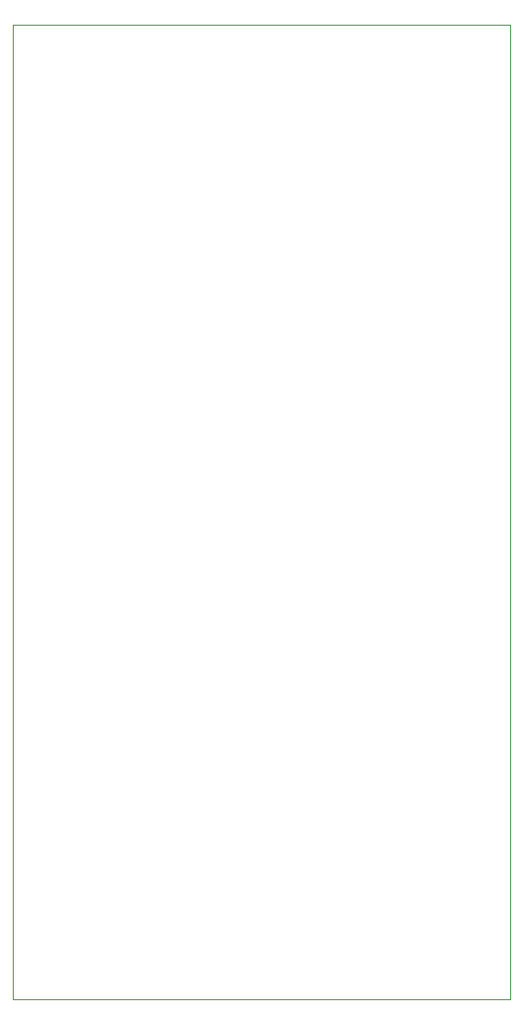
<source format=gbr>
%TF.GenerationSoftware,KiCad,Pcbnew,9.0.3*%
%TF.CreationDate,2025-08-30T15:24:09+02:00*%
%TF.ProjectId,rl_car,726c5f63-6172-42e6-9b69-6361645f7063,rev?*%
%TF.SameCoordinates,Original*%
%TF.FileFunction,Profile,NP*%
%FSLAX46Y46*%
G04 Gerber Fmt 4.6, Leading zero omitted, Abs format (unit mm)*
G04 Created by KiCad (PCBNEW 9.0.3) date 2025-08-30 15:24:09*
%MOMM*%
%LPD*%
G01*
G04 APERTURE LIST*
%TA.AperFunction,Profile*%
%ADD10C,0.050000*%
%TD*%
G04 APERTURE END LIST*
D10*
X92000000Y-45500000D02*
X138000000Y-45500000D01*
X138000000Y-135500000D01*
X92000000Y-135500000D01*
X92000000Y-45500000D01*
M02*

</source>
